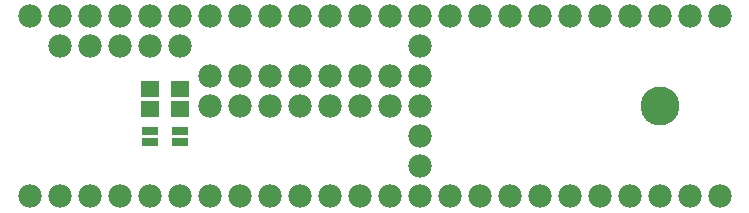
<source format=gbs>
G75*
%MOIN*%
%OFA0B0*%
%FSLAX24Y24*%
%IPPOS*%
%LPD*%
%AMOC8*
5,1,8,0,0,1.08239X$1,22.5*
%
%ADD10C,0.1300*%
%ADD11C,0.0780*%
%ADD12R,0.0631X0.0552*%
%ADD13R,0.0540X0.0290*%
D10*
X023173Y007543D03*
D11*
X002173Y004543D03*
X003173Y004543D03*
X004173Y004543D03*
X005173Y004543D03*
X006173Y004543D03*
X007173Y004543D03*
X008173Y004543D03*
X009173Y004543D03*
X010173Y004543D03*
X011173Y004543D03*
X012173Y004543D03*
X013173Y004543D03*
X014173Y004543D03*
X015173Y004543D03*
X016173Y004543D03*
X017173Y004543D03*
X018173Y004543D03*
X019173Y004543D03*
X020173Y004543D03*
X021173Y004543D03*
X022173Y004543D03*
X023173Y004543D03*
X024173Y004543D03*
X025173Y004543D03*
X015173Y005543D03*
X015173Y006543D03*
X015173Y007543D03*
X014173Y007543D03*
X013173Y007543D03*
X012173Y007543D03*
X011173Y007543D03*
X010173Y007543D03*
X009173Y007543D03*
X008173Y007543D03*
X008173Y008543D03*
X009173Y008543D03*
X010173Y008543D03*
X011173Y008543D03*
X012173Y008543D03*
X013173Y008543D03*
X014173Y008543D03*
X015173Y008543D03*
X015173Y009543D03*
X015173Y010543D03*
X016173Y010543D03*
X017173Y010543D03*
X018173Y010543D03*
X019173Y010543D03*
X020173Y010543D03*
X021173Y010543D03*
X022173Y010543D03*
X023173Y010543D03*
X024173Y010543D03*
X025173Y010543D03*
X014173Y010543D03*
X013173Y010543D03*
X012173Y010543D03*
X011173Y010543D03*
X010173Y010543D03*
X009173Y010543D03*
X008173Y010543D03*
X007173Y010543D03*
X006173Y010543D03*
X005173Y010543D03*
X004173Y010543D03*
X003173Y010543D03*
X002173Y010543D03*
X003173Y009543D03*
X004173Y009543D03*
X005173Y009543D03*
X006173Y009543D03*
X007173Y009543D03*
D12*
X007173Y008128D03*
X006173Y008128D03*
X006173Y007459D03*
X007173Y007459D03*
D13*
X007173Y006720D03*
X007173Y006366D03*
X006173Y006366D03*
X006173Y006720D03*
M02*

</source>
